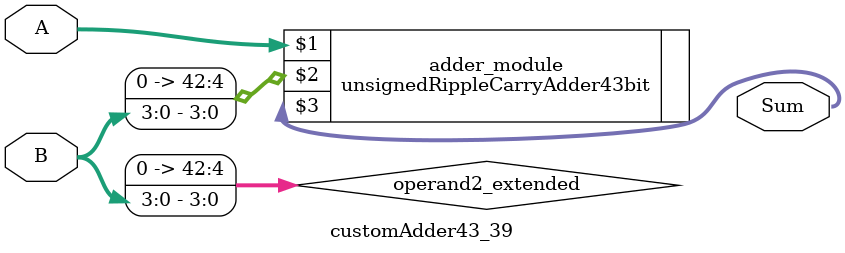
<source format=v>
module customAdder43_39(
                        input [42 : 0] A,
                        input [3 : 0] B,
                        
                        output [43 : 0] Sum
                );

        wire [42 : 0] operand2_extended;
        
        assign operand2_extended =  {39'b0, B};
        
        unsignedRippleCarryAdder43bit adder_module(
            A,
            operand2_extended,
            Sum
        );
        
        endmodule
        
</source>
